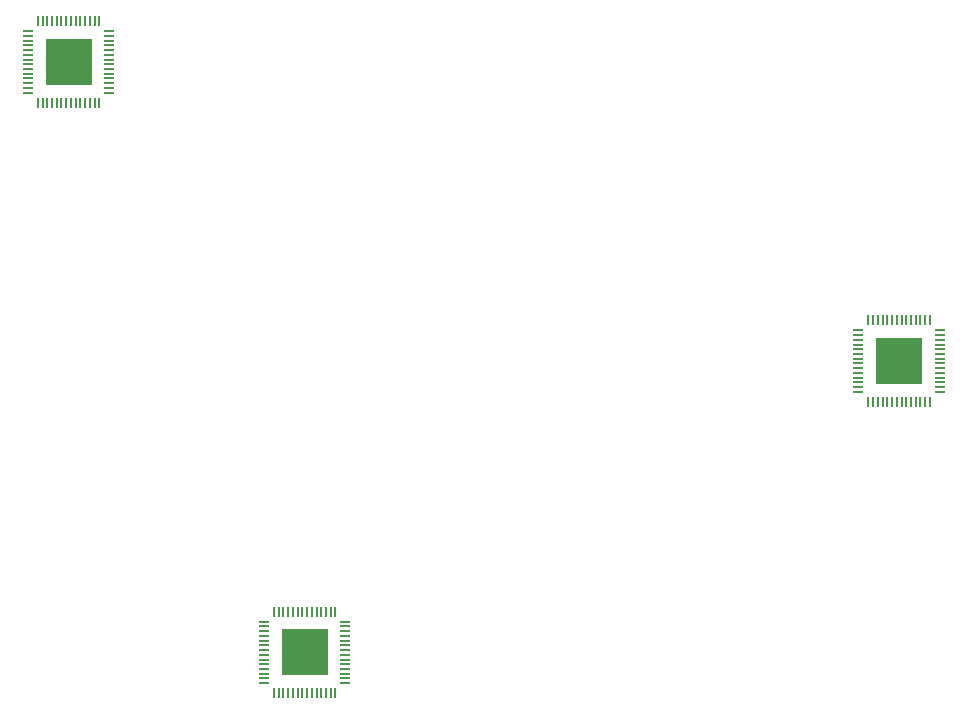
<source format=gts>
G04 Gerber file generated by Gerbonara*
%TF.GenerationSoftware,KiCad,Pcbnew,8.0.2-1*%
%TF.CreationDate,2024-09-30T19:11:18+01:00*%
%TF.ProjectId,test_module_1,74657374-5f6d-46f6-9475-6c655f312e6b,rev?*%
%TF.SameCoordinates,PX8583b00PY5f5e100*%
%TF.FileFunction,Soldermask,Top*%
%TF.FilePolarity,Negative*%
%MOMM*%
%FSLAX45Y45*%
%IPPOS*%
G75
%LPD*%
%AMCALCM10*
0 Fully substituted instance of RoundRect macro*
0 Original parameters: 0.05X-0.35X-0.05X0.35X-0.05X0.35X0.05X-0.35X0.05*
4,1,4,-0.35,-0.05,0.35,-0.05,0.35,0.05,-0.35,0.05,-0.35,-0.05,0*
1,1,0.1,-0.35,-0.05,0*
1,1,0.1,0.35,-0.05,0*
1,1,0.1,0.35,0.05,0*
1,1,0.1,-0.35,0.05,0*
20,1,0.1,-0.35,-0.05,0.35,-0.05,0*
20,1,0.1,0.35,-0.05,0.35,0.05,0*
20,1,0.1,0.35,0.05,-0.35,0.05,0*
20,1,0.1,-0.35,0.05,-0.35,-0.05,0*
%
%AMCALCM11*
0 Fully substituted instance of RoundRect macro*
0 Original parameters: 0.05X-0.05X-0.35X0.05X-0.35X0.05X0.35X-0.05X0.35*
4,1,4,-0.05,-0.35,0.05,-0.35,0.05,0.35,-0.05,0.35,-0.05,-0.35,0*
1,1,0.1,-0.05,-0.35,0*
1,1,0.1,0.05,-0.35,0*
1,1,0.1,0.05,0.35,0*
1,1,0.1,-0.05,0.35,0*
20,1,0.1,-0.05,-0.35,0.05,-0.35,0*
20,1,0.1,0.05,-0.35,0.05,0.35,0*
20,1,0.1,0.05,0.35,-0.05,0.35,0*
20,1,0.1,-0.05,0.35,-0.05,-0.35,0*
%
%AMCALCM13*
0 Fully substituted instance of GNX6272EF33661818AD macro*
0 Original parameters: 0.05X-0.35X-0.05X0.35X-0.05X0.35X0.05X-0.35X0.05*
4,1,4,-0.05,0.35,-0.05,-0.35,0.05,-0.35,0.05,0.35,-0.05,0.35,0*
1,1,0.1,-0.05,0.35,0*
1,1,0.1,-0.05,-0.35,0*
1,1,0.1,0.05,-0.35,0*
1,1,0.1,0.05,0.35,0*
20,1,0.1,-0.05,0.35,-0.05,-0.35,0*
20,1,0.1,-0.05,-0.35,0.05,-0.35,0*
20,1,0.1,0.05,-0.35,0.05,0.35,0*
20,1,0.1,0.05,0.35,-0.05,0.35,0*
%
%AMCALCM14*
0 Fully substituted instance of GNX6272EF33661818AD macro*
0 Original parameters: 0.05X-0.05X-0.35X0.05X-0.35X0.05X0.35X-0.05X0.35*
4,1,4,-0.35,0.05,-0.35,-0.05,0.35,-0.05,0.35,0.05,-0.35,0.05,0*
1,1,0.1,-0.35,0.05,0*
1,1,0.1,-0.35,-0.05,0*
1,1,0.1,0.35,-0.05,0*
1,1,0.1,0.35,0.05,0*
20,1,0.1,-0.35,0.05,-0.35,-0.05,0*
20,1,0.1,-0.35,-0.05,0.35,-0.05,0*
20,1,0.1,0.35,-0.05,0.35,0.05,0*
20,1,0.1,0.35,0.05,-0.35,0.05,0*
%
%ADD10CALCM10*%
%ADD11CALCM11*%
%ADD12R,4.0X4.0*%
%ADD13CALCM13*%
%ADD14CALCM14*%
D10*
X-001845000Y-002207000D03*
X-001845000Y-002247000D03*
X-001845000Y-002287000D03*
X-001845000Y-002327000D03*
X-001845000Y-002367000D03*
X-001845000Y-002407000D03*
X-001845000Y-002447000D03*
X-001845000Y-002487000D03*
X-001845000Y-002527000D03*
X-001845000Y-002567000D03*
X-001845000Y-002607000D03*
X-001845000Y-002647000D03*
X-001845000Y-002687000D03*
X-001845000Y-002727000D03*
D11*
X-001760000Y-002812000D03*
X-001720000Y-002812000D03*
X-001680000Y-002812000D03*
X-001640000Y-002812000D03*
X-001600000Y-002812000D03*
X-001560000Y-002812000D03*
X-001520000Y-002812000D03*
X-001480000Y-002812000D03*
X-001440000Y-002812000D03*
X-001400000Y-002812000D03*
X-001360000Y-002812000D03*
X-001320000Y-002812000D03*
X-001280000Y-002812000D03*
X-001240000Y-002812000D03*
D10*
X-001155000Y-002727000D03*
X-001155000Y-002687000D03*
X-001155000Y-002647000D03*
X-001155000Y-002607000D03*
X-001155000Y-002567000D03*
X-001155000Y-002527000D03*
X-001155000Y-002487000D03*
X-001155000Y-002447000D03*
X-001155000Y-002407000D03*
X-001155000Y-002367000D03*
X-001155000Y-002327000D03*
X-001155000Y-002287000D03*
X-001155000Y-002247000D03*
X-001155000Y-002207000D03*
D11*
X-001240000Y-002122000D03*
X-001280000Y-002122000D03*
X-001320000Y-002122000D03*
X-001360000Y-002122000D03*
X-001400000Y-002122000D03*
X-001440000Y-002122000D03*
X-001480000Y-002122000D03*
X-001520000Y-002122000D03*
X-001560000Y-002122000D03*
X-001600000Y-002122000D03*
X-001640000Y-002122000D03*
X-001680000Y-002122000D03*
X-001720000Y-002122000D03*
X-001760000Y-002122000D03*
D12*
X-001500000Y-002467000D03*
D10*
X-003845000Y002793000D03*
X-003845000Y002753000D03*
X-003845000Y002713000D03*
X-003845000Y002673000D03*
X-003845000Y002633000D03*
X-003845000Y002593000D03*
X-003845000Y002553000D03*
X-003845000Y002513000D03*
X-003845000Y002473000D03*
X-003845000Y002433000D03*
X-003845000Y002393000D03*
X-003845000Y002353000D03*
X-003845000Y002313000D03*
X-003845000Y002273000D03*
D11*
X-003760000Y002188000D03*
X-003720000Y002188000D03*
X-003680000Y002188000D03*
X-003640000Y002188000D03*
X-003600000Y002188000D03*
X-003560000Y002188000D03*
X-003520000Y002188000D03*
X-003480000Y002188000D03*
X-003440000Y002188000D03*
X-003400000Y002188000D03*
X-003360000Y002188000D03*
X-003320000Y002188000D03*
X-003280000Y002188000D03*
X-003240000Y002188000D03*
D10*
X-003155000Y002273000D03*
X-003155000Y002313000D03*
X-003155000Y002353000D03*
X-003155000Y002393000D03*
X-003155000Y002433000D03*
X-003155000Y002473000D03*
X-003155000Y002513000D03*
X-003155000Y002553000D03*
X-003155000Y002593000D03*
X-003155000Y002633000D03*
X-003155000Y002673000D03*
X-003155000Y002713000D03*
X-003155000Y002753000D03*
X-003155000Y002793000D03*
D11*
X-003240000Y002878000D03*
X-003280000Y002878000D03*
X-003320000Y002878000D03*
X-003360000Y002878000D03*
X-003400000Y002878000D03*
X-003440000Y002878000D03*
X-003480000Y002878000D03*
X-003520000Y002878000D03*
X-003560000Y002878000D03*
X-003600000Y002878000D03*
X-003640000Y002878000D03*
X-003680000Y002878000D03*
X-003720000Y002878000D03*
X-003760000Y002878000D03*
D12*
X-003500000Y002533000D03*
D13*
X003793000Y000345000D03*
X003753000Y000345000D03*
X003713000Y000345000D03*
X003673000Y000345000D03*
X003633000Y000345000D03*
X003593000Y000345000D03*
X003553000Y000345000D03*
X003513000Y000345000D03*
X003473000Y000345000D03*
X003433000Y000345000D03*
X003393000Y000345000D03*
X003353000Y000345000D03*
X003313000Y000345000D03*
X003273000Y000345000D03*
D14*
X003188000Y000260000D03*
X003188000Y000220000D03*
X003188000Y000180000D03*
X003188000Y000140000D03*
X003188000Y000100000D03*
X003188000Y000060000D03*
X003188000Y000020000D03*
X003188000Y-000020000D03*
X003188000Y-000060000D03*
X003188000Y-000100000D03*
X003188000Y-000140000D03*
X003188000Y-000180000D03*
X003188000Y-000220000D03*
X003188000Y-000260000D03*
D13*
X003273000Y-000345000D03*
X003313000Y-000345000D03*
X003353000Y-000345000D03*
X003393000Y-000345000D03*
X003433000Y-000345000D03*
X003473000Y-000345000D03*
X003513000Y-000345000D03*
X003553000Y-000345000D03*
X003593000Y-000345000D03*
X003633000Y-000345000D03*
X003673000Y-000345000D03*
X003713000Y-000345000D03*
X003753000Y-000345000D03*
X003793000Y-000345000D03*
D14*
X003878000Y-000260000D03*
X003878000Y-000220000D03*
X003878000Y-000180000D03*
X003878000Y-000140000D03*
X003878000Y-000100000D03*
X003878000Y-000060000D03*
X003878000Y-000020000D03*
X003878000Y000020000D03*
X003878000Y000060000D03*
X003878000Y000100000D03*
X003878000Y000140000D03*
X003878000Y000180000D03*
X003878000Y000220000D03*
X003878000Y000260000D03*
D12*
X003533000Y0D03*
M02*
</source>
